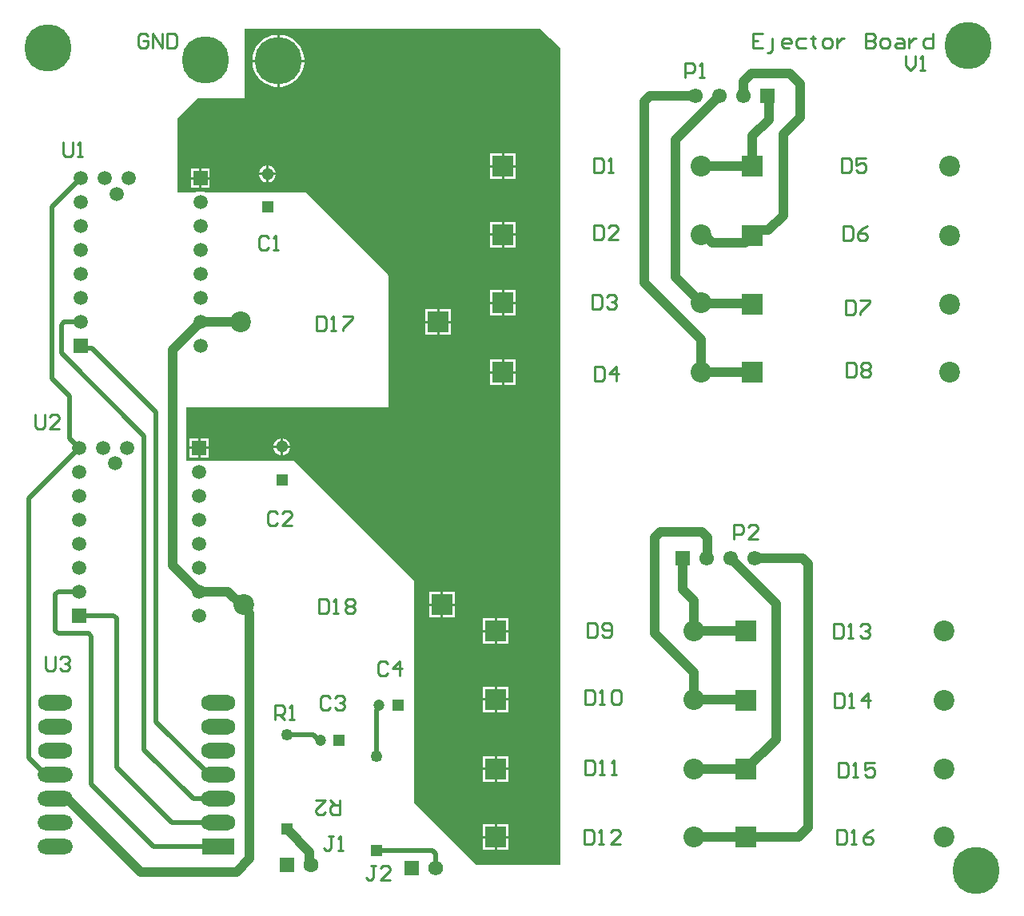
<source format=gbr>
G04*
G04 #@! TF.GenerationSoftware,Altium Limited,Altium Designer,24.1.2 (44)*
G04*
G04 Layer_Physical_Order=1*
G04 Layer_Color=255*
%FSLAX44Y44*%
%MOMM*%
G71*
G04*
G04 #@! TF.SameCoordinates,5DE3D9D9-2881-4E34-8FA9-09D51DE8E5B4*
G04*
G04*
G04 #@! TF.FilePolarity,Positive*
G04*
G01*
G75*
%ADD16C,0.2540*%
%ADD19R,1.2000X1.2000*%
%ADD20C,1.2000*%
%ADD21R,1.6000X1.6000*%
%ADD22C,1.5700*%
%ADD23R,1.2500X1.2500*%
%ADD24C,1.2500*%
%ADD26R,2.2000X2.2000*%
%ADD27C,2.2000*%
%ADD28C,1.6000*%
%ADD31R,1.3000X1.3000*%
%ADD32C,1.3000*%
%ADD36C,0.5080*%
%ADD37C,1.0160*%
%ADD38C,1.5000*%
%ADD39R,1.5000X1.5000*%
G04:AMPARAMS|DCode=40|XSize=3.6mm|YSize=1.7mm|CornerRadius=0.85mm|HoleSize=0mm|Usage=FLASHONLY|Rotation=0.000|XOffset=0mm|YOffset=0mm|HoleType=Round|Shape=RoundedRectangle|*
%AMROUNDEDRECTD40*
21,1,3.6000,0.0000,0,0,0.0*
21,1,1.9000,1.7000,0,0,0.0*
1,1,1.7000,0.9500,0.0000*
1,1,1.7000,-0.9500,0.0000*
1,1,1.7000,-0.9500,0.0000*
1,1,1.7000,0.9500,0.0000*
%
%ADD40ROUNDEDRECTD40*%
%ADD41C,1.5500*%
%ADD42R,1.5500X1.5500*%
%ADD43R,3.5000X1.7000*%
G04:AMPARAMS|DCode=44|XSize=3.7mm|YSize=1.7mm|CornerRadius=0.85mm|HoleSize=0mm|Usage=FLASHONLY|Rotation=180.000|XOffset=0mm|YOffset=0mm|HoleType=Round|Shape=RoundedRectangle|*
%AMROUNDEDRECTD44*
21,1,3.7000,0.0000,0,0,180.0*
21,1,2.0000,1.7000,0,0,180.0*
1,1,1.7000,-1.0000,0.0000*
1,1,1.7000,1.0000,0.0000*
1,1,1.7000,1.0000,0.0000*
1,1,1.7000,-1.0000,0.0000*
%
%ADD44ROUNDEDRECTD44*%
%ADD45C,5.0000*%
G36*
X855980Y1146810D02*
Y741680D01*
Y280670D01*
X767080D01*
X701040Y346710D01*
X701040Y581660D01*
X574040Y708660D01*
X477031D01*
X475277Y709130D01*
X472143D01*
X470389Y708660D01*
X459740D01*
Y765810D01*
X674370D01*
Y905510D01*
X586740Y993140D01*
X480382D01*
X479419Y993696D01*
X476494Y994480D01*
X473466D01*
X470541Y993696D01*
X469578Y993140D01*
X450850D01*
Y1071880D01*
X472440Y1093470D01*
X521970D01*
Y1166510D01*
X834390D01*
X855980Y1146810D01*
D02*
G37*
%LPC*%
G36*
X559697Y1160380D02*
X558800D01*
Y1134110D01*
X585070D01*
Y1135007D01*
X584392Y1139289D01*
X583052Y1143412D01*
X581084Y1147274D01*
X578536Y1150781D01*
X575471Y1153846D01*
X571964Y1156394D01*
X568102Y1158362D01*
X563979Y1159702D01*
X559697Y1160380D01*
D02*
G37*
G36*
X556260D02*
X555363D01*
X551081Y1159702D01*
X546958Y1158362D01*
X543096Y1156394D01*
X539589Y1153846D01*
X536524Y1150781D01*
X533976Y1147274D01*
X532008Y1143412D01*
X530668Y1139289D01*
X529990Y1135007D01*
Y1134110D01*
X556260D01*
Y1160380D01*
D02*
G37*
G36*
X585070Y1131570D02*
X558800D01*
Y1105300D01*
X559697D01*
X563979Y1105978D01*
X568102Y1107318D01*
X571964Y1109286D01*
X575471Y1111834D01*
X578536Y1114899D01*
X581084Y1118406D01*
X583052Y1122268D01*
X584392Y1126391D01*
X585070Y1130673D01*
Y1131570D01*
D02*
G37*
G36*
X556260D02*
X529990D01*
Y1130673D01*
X530668Y1126391D01*
X532008Y1122268D01*
X533976Y1118406D01*
X536524Y1114899D01*
X539589Y1111834D01*
X543096Y1109286D01*
X546958Y1107318D01*
X551081Y1105978D01*
X555363Y1105300D01*
X556260D01*
Y1131570D01*
D02*
G37*
G36*
X809270Y1034620D02*
X797000D01*
Y1022350D01*
X809270D01*
Y1034620D01*
D02*
G37*
G36*
X794460D02*
X782190D01*
Y1022350D01*
X794460D01*
Y1034620D01*
D02*
G37*
G36*
X547370Y1021919D02*
Y1014170D01*
X555119D01*
X554524Y1016389D01*
X553334Y1018451D01*
X551651Y1020134D01*
X549589Y1021324D01*
X547370Y1021919D01*
D02*
G37*
G36*
X544830D02*
X542611Y1021324D01*
X540549Y1020134D01*
X538866Y1018451D01*
X537676Y1016389D01*
X537081Y1014170D01*
X544830D01*
Y1021919D01*
D02*
G37*
G36*
X485020Y1018420D02*
X476250D01*
Y1009650D01*
X485020D01*
Y1018420D01*
D02*
G37*
G36*
X473710D02*
X464940D01*
Y1009650D01*
X473710D01*
Y1018420D01*
D02*
G37*
G36*
X809270Y1019810D02*
X797000D01*
Y1007540D01*
X809270D01*
Y1019810D01*
D02*
G37*
G36*
X794460D02*
X782190D01*
Y1007540D01*
X794460D01*
Y1019810D01*
D02*
G37*
G36*
X555119Y1011630D02*
X547370D01*
Y1003881D01*
X549589Y1004476D01*
X551651Y1005666D01*
X553334Y1007349D01*
X554524Y1009411D01*
X555119Y1011630D01*
D02*
G37*
G36*
X544830D02*
X537081D01*
X537676Y1009411D01*
X538866Y1007349D01*
X540549Y1005666D01*
X542611Y1004476D01*
X544830Y1003881D01*
Y1011630D01*
D02*
G37*
G36*
X485020Y1007110D02*
X476250D01*
Y998340D01*
X485020D01*
Y1007110D01*
D02*
G37*
G36*
X473710D02*
X464940D01*
Y998340D01*
X473710D01*
Y1007110D01*
D02*
G37*
G36*
X809270Y962230D02*
X797000D01*
Y949960D01*
X809270D01*
Y962230D01*
D02*
G37*
G36*
X794460D02*
X782190D01*
Y949960D01*
X794460D01*
Y962230D01*
D02*
G37*
G36*
X809270Y947420D02*
X797000D01*
Y935150D01*
X809270D01*
Y947420D01*
D02*
G37*
G36*
X794460D02*
X782190D01*
Y935150D01*
X794460D01*
Y947420D01*
D02*
G37*
G36*
X809270Y889840D02*
X797000D01*
Y877570D01*
X809270D01*
Y889840D01*
D02*
G37*
G36*
X794460D02*
X782190D01*
Y877570D01*
X794460D01*
Y889840D01*
D02*
G37*
G36*
X809270Y875030D02*
X797000D01*
Y862760D01*
X809270D01*
Y875030D01*
D02*
G37*
G36*
X794460D02*
X782190D01*
Y862760D01*
X794460D01*
Y875030D01*
D02*
G37*
G36*
X740540Y869520D02*
X728270D01*
Y857250D01*
X740540D01*
Y869520D01*
D02*
G37*
G36*
X725730D02*
X713460D01*
Y857250D01*
X725730D01*
Y869520D01*
D02*
G37*
G36*
X740540Y854710D02*
X728270D01*
Y842440D01*
X740540D01*
Y854710D01*
D02*
G37*
G36*
X725730D02*
X713460D01*
Y842440D01*
X725730D01*
Y854710D01*
D02*
G37*
G36*
X809270Y816180D02*
X797000D01*
Y803910D01*
X809270D01*
Y816180D01*
D02*
G37*
G36*
X794460D02*
X782190D01*
Y803910D01*
X794460D01*
Y816180D01*
D02*
G37*
G36*
X809270Y801370D02*
X797000D01*
Y789100D01*
X809270D01*
Y801370D01*
D02*
G37*
G36*
X794460D02*
X782190D01*
Y789100D01*
X794460D01*
Y801370D01*
D02*
G37*
G36*
X562610Y732639D02*
Y724890D01*
X570359D01*
X569764Y727109D01*
X568574Y729171D01*
X566891Y730854D01*
X564829Y732044D01*
X562610Y732639D01*
D02*
G37*
G36*
X560070D02*
X557851Y732044D01*
X555789Y730854D01*
X554106Y729171D01*
X552916Y727109D01*
X552321Y724890D01*
X560070D01*
Y732639D01*
D02*
G37*
G36*
X483750Y732670D02*
X474980D01*
Y723900D01*
X483750D01*
Y732670D01*
D02*
G37*
G36*
X472440D02*
X463670D01*
Y723900D01*
X472440D01*
Y732670D01*
D02*
G37*
G36*
X570359Y722350D02*
X562610D01*
Y714601D01*
X564829Y715196D01*
X566891Y716386D01*
X568574Y718069D01*
X569764Y720131D01*
X570359Y722350D01*
D02*
G37*
G36*
X560070D02*
X552321D01*
X552916Y720131D01*
X554106Y718069D01*
X555789Y716386D01*
X557851Y715196D01*
X560070Y714601D01*
Y722350D01*
D02*
G37*
G36*
X483750Y721360D02*
X474980D01*
Y712590D01*
X483750D01*
Y721360D01*
D02*
G37*
G36*
X472440D02*
X463670D01*
Y712590D01*
X472440D01*
Y721360D01*
D02*
G37*
G36*
X744350Y569800D02*
X732080D01*
Y557530D01*
X744350D01*
Y569800D01*
D02*
G37*
G36*
X729540D02*
X717270D01*
Y557530D01*
X729540D01*
Y569800D01*
D02*
G37*
G36*
X744350Y554990D02*
X732080D01*
Y542720D01*
X744350D01*
Y554990D01*
D02*
G37*
G36*
X729540D02*
X717270D01*
Y542720D01*
X729540D01*
Y554990D01*
D02*
G37*
G36*
X801650Y541860D02*
X789380D01*
Y529590D01*
X801650D01*
Y541860D01*
D02*
G37*
G36*
X786840D02*
X774570D01*
Y529590D01*
X786840D01*
Y541860D01*
D02*
G37*
G36*
X801650Y527050D02*
X789380D01*
Y514780D01*
X801650D01*
Y527050D01*
D02*
G37*
G36*
X786840D02*
X774570D01*
Y514780D01*
X786840D01*
Y527050D01*
D02*
G37*
G36*
X801650Y469470D02*
X789380D01*
Y457200D01*
X801650D01*
Y469470D01*
D02*
G37*
G36*
X786840D02*
X774570D01*
Y457200D01*
X786840D01*
Y469470D01*
D02*
G37*
G36*
X801650Y454660D02*
X789380D01*
Y442390D01*
X801650D01*
Y454660D01*
D02*
G37*
G36*
X786840D02*
X774570D01*
Y442390D01*
X786840D01*
Y454660D01*
D02*
G37*
G36*
X801650Y395810D02*
X789380D01*
Y383540D01*
X801650D01*
Y395810D01*
D02*
G37*
G36*
X786840D02*
X774570D01*
Y383540D01*
X786840D01*
Y395810D01*
D02*
G37*
G36*
X801650Y381000D02*
X789380D01*
Y368730D01*
X801650D01*
Y381000D01*
D02*
G37*
G36*
X786840D02*
X774570D01*
Y368730D01*
X786840D01*
Y381000D01*
D02*
G37*
G36*
X801650Y323420D02*
X789380D01*
Y311150D01*
X801650D01*
Y323420D01*
D02*
G37*
G36*
X786840D02*
X774570D01*
Y311150D01*
X786840D01*
Y323420D01*
D02*
G37*
G36*
X801650Y308610D02*
X789380D01*
Y296340D01*
X801650D01*
Y308610D01*
D02*
G37*
G36*
X786840D02*
X774570D01*
Y296340D01*
X786840D01*
Y308610D01*
D02*
G37*
%LPD*%
D16*
X419097Y1159506D02*
X416558Y1162045D01*
X411479D01*
X408940Y1159506D01*
Y1149349D01*
X411479Y1146810D01*
X416558D01*
X419097Y1149349D01*
Y1154427D01*
X414018D01*
X424175Y1146810D02*
Y1162045D01*
X434332Y1146810D01*
Y1162045D01*
X439410D02*
Y1146810D01*
X447028D01*
X449567Y1149349D01*
Y1159506D01*
X447028Y1162045D01*
X439410D01*
X1221740Y1137915D02*
Y1127758D01*
X1226818Y1122680D01*
X1231897Y1127758D01*
Y1137915D01*
X1236975Y1122680D02*
X1242053D01*
X1239514D01*
Y1137915D01*
X1236975Y1135376D01*
X1070607Y1162043D02*
X1060450D01*
Y1146808D01*
X1070607D01*
X1060450Y1154426D02*
X1065528D01*
X1075685Y1141730D02*
X1078224D01*
X1080763Y1144269D01*
Y1156965D01*
X1098538Y1146808D02*
X1093459D01*
X1090920Y1149348D01*
Y1154426D01*
X1093459Y1156965D01*
X1098538D01*
X1101077Y1154426D01*
Y1151887D01*
X1090920D01*
X1116312Y1156965D02*
X1108694D01*
X1106155Y1154426D01*
Y1149348D01*
X1108694Y1146808D01*
X1116312D01*
X1123930Y1159504D02*
Y1156965D01*
X1121390D01*
X1126469D01*
X1123930D01*
Y1149348D01*
X1126469Y1146808D01*
X1136625D02*
X1141704D01*
X1144243Y1149348D01*
Y1154426D01*
X1141704Y1156965D01*
X1136625D01*
X1134086Y1154426D01*
Y1149348D01*
X1136625Y1146808D01*
X1149321Y1156965D02*
Y1146808D01*
Y1151887D01*
X1151860Y1154426D01*
X1154400Y1156965D01*
X1156939D01*
X1179791Y1162043D02*
Y1146808D01*
X1187409D01*
X1189948Y1149348D01*
Y1151887D01*
X1187409Y1154426D01*
X1179791D01*
X1187409D01*
X1189948Y1156965D01*
Y1159504D01*
X1187409Y1162043D01*
X1179791D01*
X1197566Y1146808D02*
X1202644D01*
X1205183Y1149348D01*
Y1154426D01*
X1202644Y1156965D01*
X1197566D01*
X1195026Y1154426D01*
Y1149348D01*
X1197566Y1146808D01*
X1212801Y1156965D02*
X1217879D01*
X1220418Y1154426D01*
Y1146808D01*
X1212801D01*
X1210262Y1149348D01*
X1212801Y1151887D01*
X1220418D01*
X1225497Y1156965D02*
Y1146808D01*
Y1151887D01*
X1228036Y1154426D01*
X1230575Y1156965D01*
X1233114D01*
X1250888Y1162043D02*
Y1146808D01*
X1243271D01*
X1240732Y1149348D01*
Y1154426D01*
X1243271Y1156965D01*
X1250888D01*
X299724Y758187D02*
Y745492D01*
X302263Y742952D01*
X307342D01*
X309881Y745492D01*
Y758187D01*
X325116Y742952D02*
X314959D01*
X325116Y753109D01*
Y755648D01*
X322577Y758187D01*
X317498D01*
X314959Y755648D01*
X329946Y1046729D02*
Y1034033D01*
X332485Y1031494D01*
X337564D01*
X340103Y1034033D01*
Y1046729D01*
X345181Y1031494D02*
X350259D01*
X347720D01*
Y1046729D01*
X345181Y1044190D01*
X673101Y494028D02*
X670562Y496567D01*
X665483D01*
X662944Y494028D01*
Y483872D01*
X665483Y481333D01*
X670562D01*
X673101Y483872D01*
X685797Y481333D02*
Y496567D01*
X678179Y488950D01*
X688336D01*
X660401Y279398D02*
X655322D01*
X657862D01*
Y266702D01*
X655322Y264163D01*
X652783D01*
X650244Y266702D01*
X675636Y264163D02*
X665479D01*
X675636Y274319D01*
Y276858D01*
X673097Y279398D01*
X668018D01*
X665479Y276858D01*
X622296Y349248D02*
Y334012D01*
X614678D01*
X612139Y336552D01*
Y341630D01*
X614678Y344169D01*
X622296D01*
X617217D02*
X612139Y349248D01*
X596904D02*
X607061D01*
X596904Y339091D01*
Y336552D01*
X599443Y334012D01*
X604522D01*
X607061Y336552D01*
X885194Y537207D02*
Y521973D01*
X892812D01*
X895351Y524512D01*
Y534668D01*
X892812Y537207D01*
X885194D01*
X900429Y524512D02*
X902968Y521973D01*
X908047D01*
X910586Y524512D01*
Y534668D01*
X908047Y537207D01*
X902968D01*
X900429Y534668D01*
Y532129D01*
X902968Y529590D01*
X910586D01*
X615950Y311147D02*
X610872D01*
X613411D01*
Y298452D01*
X610872Y295912D01*
X608332D01*
X605793Y298452D01*
X621028Y295912D02*
X626107D01*
X623568D01*
Y311147D01*
X621028Y308608D01*
X612141Y457198D02*
X609602Y459738D01*
X604523D01*
X601984Y457198D01*
Y447042D01*
X604523Y444502D01*
X609602D01*
X612141Y447042D01*
X617219Y457198D02*
X619758Y459738D01*
X624837D01*
X627376Y457198D01*
Y454659D01*
X624837Y452120D01*
X622298D01*
X624837D01*
X627376Y449581D01*
Y447042D01*
X624837Y444502D01*
X619758D01*
X617219Y447042D01*
X554482Y434086D02*
Y449321D01*
X562099D01*
X564639Y446782D01*
Y441703D01*
X562099Y439164D01*
X554482D01*
X559560D02*
X564639Y434086D01*
X569717D02*
X574795D01*
X572256D01*
Y449321D01*
X569717Y446782D01*
X891543Y1029967D02*
Y1014733D01*
X899161D01*
X901700Y1017272D01*
Y1027428D01*
X899161Y1029967D01*
X891543D01*
X906778Y1014733D02*
X911857D01*
X909318D01*
Y1029967D01*
X906778Y1027428D01*
X311154Y501647D02*
Y488952D01*
X313693Y486413D01*
X318772D01*
X321311Y488952D01*
Y501647D01*
X326389Y499108D02*
X328928Y501647D01*
X334007D01*
X336546Y499108D01*
Y496569D01*
X334007Y494030D01*
X331468D01*
X334007D01*
X336546Y491491D01*
Y488952D01*
X334007Y486413D01*
X328928D01*
X326389Y488952D01*
X1040134Y626113D02*
Y641348D01*
X1047752D01*
X1050291Y638808D01*
Y633730D01*
X1047752Y631191D01*
X1040134D01*
X1065526Y626113D02*
X1055369D01*
X1065526Y636269D01*
Y638808D01*
X1062987Y641348D01*
X1057908D01*
X1055369Y638808D01*
X988063Y1115062D02*
Y1130297D01*
X995681D01*
X998220Y1127758D01*
Y1122680D01*
X995681Y1120141D01*
X988063D01*
X1003298Y1115062D02*
X1008377D01*
X1005838D01*
Y1130297D01*
X1003298Y1127758D01*
X600716Y562607D02*
Y547373D01*
X608334D01*
X610873Y549912D01*
Y560068D01*
X608334Y562607D01*
X600716D01*
X615951Y547373D02*
X621030D01*
X618490D01*
Y562607D01*
X615951Y560068D01*
X628647D02*
X631186Y562607D01*
X636265D01*
X638804Y560068D01*
Y557529D01*
X636265Y554990D01*
X638804Y552451D01*
Y549912D01*
X636265Y547373D01*
X631186D01*
X628647Y549912D01*
Y552451D01*
X631186Y554990D01*
X628647Y557529D01*
Y560068D01*
X631186Y554990D02*
X636265D01*
X598176Y862327D02*
Y847093D01*
X605794D01*
X608333Y849632D01*
Y859788D01*
X605794Y862327D01*
X598176D01*
X613411Y847093D02*
X618490D01*
X615950D01*
Y862327D01*
X613411Y859788D01*
X626107Y862327D02*
X636264D01*
Y859788D01*
X626107Y849632D01*
Y847093D01*
X1149356Y317498D02*
Y302262D01*
X1156974D01*
X1159513Y304802D01*
Y314958D01*
X1156974Y317498D01*
X1149356D01*
X1164591Y302262D02*
X1169670D01*
X1167130D01*
Y317498D01*
X1164591Y314958D01*
X1187444Y317498D02*
X1182365Y314958D01*
X1177287Y309880D01*
Y304802D01*
X1179826Y302262D01*
X1184905D01*
X1187444Y304802D01*
Y307341D01*
X1184905Y309880D01*
X1177287D01*
X1150626Y388618D02*
Y373382D01*
X1158244D01*
X1160783Y375922D01*
Y386078D01*
X1158244Y388618D01*
X1150626D01*
X1165861Y373382D02*
X1170940D01*
X1168400D01*
Y388618D01*
X1165861Y386078D01*
X1188714Y388618D02*
X1178557D01*
Y381000D01*
X1183635Y383539D01*
X1186175D01*
X1188714Y381000D01*
Y375922D01*
X1186175Y373382D01*
X1181096D01*
X1178557Y375922D01*
X1146816Y462277D02*
Y447043D01*
X1154434D01*
X1156973Y449582D01*
Y459738D01*
X1154434Y462277D01*
X1146816D01*
X1162051Y447043D02*
X1167130D01*
X1164590D01*
Y462277D01*
X1162051Y459738D01*
X1182365Y447043D02*
Y462277D01*
X1174747Y454660D01*
X1184904D01*
X1145546Y535938D02*
Y520703D01*
X1153164D01*
X1155703Y523242D01*
Y533398D01*
X1153164Y535938D01*
X1145546D01*
X1160781Y520703D02*
X1165860D01*
X1163320D01*
Y535938D01*
X1160781Y533398D01*
X1173477D02*
X1176016Y535938D01*
X1181095D01*
X1183634Y533398D01*
Y530859D01*
X1181095Y528320D01*
X1178556D01*
X1181095D01*
X1183634Y525781D01*
Y523242D01*
X1181095Y520703D01*
X1176016D01*
X1173477Y523242D01*
X881386Y317498D02*
Y302262D01*
X889004D01*
X891543Y304802D01*
Y314958D01*
X889004Y317498D01*
X881386D01*
X896621Y302262D02*
X901700D01*
X899160D01*
Y317498D01*
X896621Y314958D01*
X919474Y302262D02*
X909317D01*
X919474Y312419D01*
Y314958D01*
X916935Y317498D01*
X911856D01*
X909317Y314958D01*
X882655Y391157D02*
Y375923D01*
X890273D01*
X892812Y378462D01*
Y388618D01*
X890273Y391157D01*
X882655D01*
X897890Y375923D02*
X902969D01*
X900430D01*
Y391157D01*
X897890Y388618D01*
X910586Y375923D02*
X915665D01*
X913126D01*
Y391157D01*
X910586Y388618D01*
X882656Y466087D02*
Y450853D01*
X890274D01*
X892813Y453392D01*
Y463548D01*
X890274Y466087D01*
X882656D01*
X897891Y450853D02*
X902970D01*
X900430D01*
Y466087D01*
X897891Y463548D01*
X910587D02*
X913126Y466087D01*
X918205D01*
X920744Y463548D01*
Y453392D01*
X918205Y450853D01*
X913126D01*
X910587Y453392D01*
Y463548D01*
X1159514Y812797D02*
Y797562D01*
X1167132D01*
X1169671Y800102D01*
Y810258D01*
X1167132Y812797D01*
X1159514D01*
X1174749Y810258D02*
X1177288Y812797D01*
X1182367D01*
X1184906Y810258D01*
Y807719D01*
X1182367Y805180D01*
X1184906Y802641D01*
Y800102D01*
X1182367Y797562D01*
X1177288D01*
X1174749Y800102D01*
Y802641D01*
X1177288Y805180D01*
X1174749Y807719D01*
Y810258D01*
X1177288Y805180D02*
X1182367D01*
X1158244Y878838D02*
Y863603D01*
X1165862D01*
X1168401Y866142D01*
Y876298D01*
X1165862Y878838D01*
X1158244D01*
X1173479D02*
X1183636D01*
Y876298D01*
X1173479Y866142D01*
Y863603D01*
X1155704Y957578D02*
Y942343D01*
X1163322D01*
X1165861Y944882D01*
Y955038D01*
X1163322Y957578D01*
X1155704D01*
X1181096D02*
X1176018Y955038D01*
X1170939Y949960D01*
Y944882D01*
X1173478Y942343D01*
X1178557D01*
X1181096Y944882D01*
Y947421D01*
X1178557Y949960D01*
X1170939D01*
X1154434Y1029967D02*
Y1014733D01*
X1162052D01*
X1164591Y1017272D01*
Y1027428D01*
X1162052Y1029967D01*
X1154434D01*
X1179826D02*
X1169669D01*
Y1022350D01*
X1174747Y1024889D01*
X1177287D01*
X1179826Y1022350D01*
Y1017272D01*
X1177287Y1014733D01*
X1172208D01*
X1169669Y1017272D01*
X892814Y808988D02*
Y793753D01*
X900432D01*
X902971Y796292D01*
Y806448D01*
X900432Y808988D01*
X892814D01*
X915667Y793753D02*
Y808988D01*
X908049Y801370D01*
X918206D01*
X890274Y885188D02*
Y869952D01*
X897892D01*
X900431Y872492D01*
Y882648D01*
X897892Y885188D01*
X890274D01*
X905509Y882648D02*
X908048Y885188D01*
X913127D01*
X915666Y882648D01*
Y880109D01*
X913127Y877570D01*
X910587D01*
X913127D01*
X915666Y875031D01*
Y872492D01*
X913127Y869952D01*
X908048D01*
X905509Y872492D01*
X891544Y958848D02*
Y943613D01*
X899162D01*
X901701Y946152D01*
Y956308D01*
X899162Y958848D01*
X891544D01*
X916936Y943613D02*
X906779D01*
X916936Y953769D01*
Y956308D01*
X914397Y958848D01*
X909318D01*
X906779Y956308D01*
X556261Y652778D02*
X553722Y655318D01*
X548643D01*
X546104Y652778D01*
Y642622D01*
X548643Y640082D01*
X553722D01*
X556261Y642622D01*
X571496Y640082D02*
X561339D01*
X571496Y650239D01*
Y652778D01*
X568957Y655318D01*
X563878D01*
X561339Y652778D01*
X547370Y944598D02*
X544831Y947138D01*
X539753D01*
X537213Y944598D01*
Y934442D01*
X539753Y931902D01*
X544831D01*
X547370Y934442D01*
X552448Y931902D02*
X557527D01*
X554988D01*
Y947138D01*
X552448Y944598D01*
D19*
X684370Y449580D02*
D03*
X622140Y412750D02*
D03*
D20*
X664370Y449580D02*
D03*
X602140Y412750D02*
D03*
D21*
X698500Y276860D02*
D03*
X566420Y280670D02*
D03*
D22*
X723900Y276860D02*
D03*
D23*
X661670Y295440D02*
D03*
X566420Y318300D02*
D03*
D24*
X661670Y395440D02*
D03*
X566420Y418300D02*
D03*
D26*
X730810Y556260D02*
D03*
X1059480Y802640D02*
D03*
Y875030D02*
D03*
Y947420D02*
D03*
X795730Y802640D02*
D03*
Y876300D02*
D03*
Y948690D02*
D03*
X1053130Y309880D02*
D03*
Y382270D02*
D03*
Y454660D02*
D03*
Y528320D02*
D03*
X788110Y309880D02*
D03*
Y382270D02*
D03*
Y455930D02*
D03*
Y528320D02*
D03*
X727000Y855980D02*
D03*
X1059480Y1021080D02*
D03*
X795730D02*
D03*
D27*
X521410Y556260D02*
D03*
X1268880Y802640D02*
D03*
Y875030D02*
D03*
Y947420D02*
D03*
X1005130Y802640D02*
D03*
Y876300D02*
D03*
Y948690D02*
D03*
X1262530Y309880D02*
D03*
Y382270D02*
D03*
Y454660D02*
D03*
Y528320D02*
D03*
X997510Y309880D02*
D03*
Y382270D02*
D03*
Y455930D02*
D03*
Y528320D02*
D03*
X517600Y855980D02*
D03*
X1268880Y1021080D02*
D03*
X1005130D02*
D03*
D28*
X591820Y280670D02*
D03*
D31*
X546100Y977900D02*
D03*
X561340Y688620D02*
D03*
D32*
X546100Y1012900D02*
D03*
X561340Y723620D02*
D03*
D36*
X661670Y295440D02*
X720924D01*
X723900Y276860D02*
Y292464D01*
X720924Y295440D02*
X723900Y292464D01*
X293370Y669290D02*
X346710Y722630D01*
X293370Y393970D02*
X311420Y375920D01*
X293370Y393970D02*
Y669290D01*
X327660Y822960D02*
X415290Y735330D01*
Y402590D02*
X467360Y350520D01*
X327660Y822960D02*
Y853004D01*
X415290Y402590D02*
Y735330D01*
X360244Y828476D02*
X427990Y760730D01*
Y432350D02*
X484420Y375920D01*
X427990Y432350D02*
Y760730D01*
X661670Y445008D02*
X664370Y447707D01*
X661670Y395440D02*
Y445008D01*
X664370Y447707D02*
Y449580D01*
X566420Y418300D02*
X594717D01*
X600267Y412750D02*
X602140D01*
X594717Y418300D02*
X600267Y412750D01*
X1008926Y607784D02*
X1010920Y605790D01*
X336550Y732790D02*
X346710Y722630D01*
X317500Y796290D02*
Y977900D01*
X336550Y732790D02*
Y777240D01*
X317500Y796290D02*
X336550Y777240D01*
X997510Y528320D02*
Y530673D01*
X386080Y383540D02*
X444500Y325120D01*
X386080Y383540D02*
Y541854D01*
X383104Y544830D02*
X386080Y541854D01*
X346710Y544830D02*
X383104D01*
X359410Y365760D02*
X425450Y299720D01*
X356434Y525780D02*
X359410Y522804D01*
X324286Y525780D02*
X356434D01*
X359410Y365760D02*
Y522804D01*
X444500Y325120D02*
X493920D01*
X467360Y350520D02*
X493920D01*
X321310Y528756D02*
Y567254D01*
Y528756D02*
X324286Y525780D01*
Y570230D02*
X346710D01*
X321310Y567254D02*
X324286Y570230D01*
X425450Y299720D02*
X493920D01*
X327660Y853004D02*
X330636Y855980D01*
X347980D01*
X317500Y977900D02*
X347980Y1008380D01*
X350084Y828476D02*
X360244D01*
X347980Y830580D02*
X350084Y828476D01*
X311420Y375920D02*
X321420D01*
X484420D02*
X493920D01*
X1051860Y455930D02*
X1053130Y454660D01*
D37*
X336691Y347100D02*
X337430D01*
X411480Y273050D02*
X513080D01*
X321420Y350520D02*
X333271D01*
X336691Y347100D01*
X337430D02*
X411480Y273050D01*
X1005130Y948690D02*
X1008112D01*
X1017002Y939800D02*
X1051860D01*
X1065400Y953340D02*
X1076530D01*
X1051860Y939800D02*
X1065400Y953340D01*
X1092200Y969010D02*
Y1055370D01*
X1008112Y948690D02*
X1017002Y939800D01*
X1076530Y953340D02*
X1092200Y969010D01*
X566420Y318300D02*
X590760Y293960D01*
Y281730D02*
Y293960D01*
Y281730D02*
X591820Y280670D01*
X1084580Y413720D02*
Y557530D01*
X1036320Y605790D02*
X1084580Y557530D01*
X1053130Y382270D02*
X1084580Y413720D01*
X956310Y525780D02*
Y627778D01*
X962262Y633730D01*
X1012190Y618665D02*
Y627778D01*
X962262Y633730D02*
X1006238D01*
X1012190Y627778D01*
X1011942Y606812D02*
Y618417D01*
X1012190Y618665D01*
X527050Y287020D02*
Y547416D01*
X513080Y273050D02*
X527050Y287020D01*
X521410Y553056D02*
Y556260D01*
Y553056D02*
X527050Y547416D01*
X504236Y570230D02*
X518206Y556260D01*
X473710Y570230D02*
X504236D01*
X518206Y556260D02*
X521410D01*
X445770Y826770D02*
X474980Y855980D01*
X445770Y598170D02*
Y826770D01*
Y598170D02*
X473710Y570230D01*
X474980Y855980D02*
X517600D01*
X1005130Y802640D02*
Y837640D01*
X944880Y897890D02*
X1005130Y837640D01*
Y876300D02*
X1005765Y875665D01*
X1058845D01*
X1059480Y875030D01*
X944880Y1090058D02*
X950832Y1096010D01*
X944880Y897890D02*
Y1090058D01*
X950832Y1096010D02*
X999490D01*
X977900Y1049020D02*
X1024890Y1096010D01*
X977900Y903530D02*
Y1049020D01*
Y903530D02*
X1005130Y876300D01*
X1050290Y1096010D02*
Y1111250D01*
X1058782Y1119742D01*
X1098948D02*
X1109980Y1108710D01*
X1058782Y1119742D02*
X1098948D01*
X1109980Y1073150D02*
Y1108710D01*
X1092200Y1055370D02*
X1109980Y1073150D01*
X1075690Y1096010D02*
X1076960Y1094740D01*
Y1070610D02*
Y1094740D01*
X1059480Y1021080D02*
Y1053130D01*
X1076960Y1070610D01*
X1050290Y1095852D02*
Y1096010D01*
X1118870Y320040D02*
Y599838D01*
X1061720Y605790D02*
X1112918D01*
X1118870Y599838D01*
X1108710Y309880D02*
X1118870Y320040D01*
X1053130Y309880D02*
X1108710D01*
X956310Y525780D02*
X997510Y484580D01*
Y455930D02*
Y484580D01*
X1010920Y605790D02*
X1011942Y606812D01*
X985520Y572770D02*
Y605790D01*
X997510Y530673D02*
Y560780D01*
X985520Y572770D02*
X997510Y560780D01*
Y309880D02*
X1053130D01*
X997510Y382270D02*
X1053130D01*
X997510Y455930D02*
X1051860D01*
X997510Y528320D02*
X1053130D01*
X1005130Y802640D02*
X1059480D01*
X1005130Y1021080D02*
X1059480D01*
D38*
X384810Y706120D02*
D03*
X397510Y722630D02*
D03*
X372110D02*
D03*
X346710Y570230D02*
D03*
Y595630D02*
D03*
Y621030D02*
D03*
Y646430D02*
D03*
Y671830D02*
D03*
Y697230D02*
D03*
Y722630D02*
D03*
X473710Y697230D02*
D03*
Y671830D02*
D03*
Y646430D02*
D03*
Y621030D02*
D03*
Y595630D02*
D03*
Y570230D02*
D03*
Y544830D02*
D03*
X386080Y991870D02*
D03*
X398780Y1008380D02*
D03*
X373380D02*
D03*
X347980Y855980D02*
D03*
Y881380D02*
D03*
Y906780D02*
D03*
Y932180D02*
D03*
Y957580D02*
D03*
Y982980D02*
D03*
Y1008380D02*
D03*
X474980Y982980D02*
D03*
Y957580D02*
D03*
Y932180D02*
D03*
Y906780D02*
D03*
Y881380D02*
D03*
Y855980D02*
D03*
Y830580D02*
D03*
D39*
X346710Y544830D02*
D03*
X473710Y722630D02*
D03*
X347980Y830580D02*
D03*
X474980Y1008380D02*
D03*
D40*
X493920Y426720D02*
D03*
Y325120D02*
D03*
Y350520D02*
D03*
Y375920D02*
D03*
Y401320D02*
D03*
Y452120D02*
D03*
X321420D02*
D03*
Y426720D02*
D03*
Y401320D02*
D03*
D41*
X999490Y1096010D02*
D03*
X1024890D02*
D03*
X1050290D02*
D03*
X1061720Y605790D02*
D03*
X1036320D02*
D03*
X1010920D02*
D03*
D42*
X1075690Y1096010D02*
D03*
X985520Y605790D02*
D03*
D43*
X493920Y299720D02*
D03*
D44*
X321420Y375920D02*
D03*
Y350520D02*
D03*
Y325120D02*
D03*
Y299720D02*
D03*
D45*
X1296670Y274320D02*
D03*
X1287780Y1149350D02*
D03*
X313690Y1146810D02*
D03*
X480060Y1134110D02*
D03*
X557530Y1132840D02*
D03*
M02*

</source>
